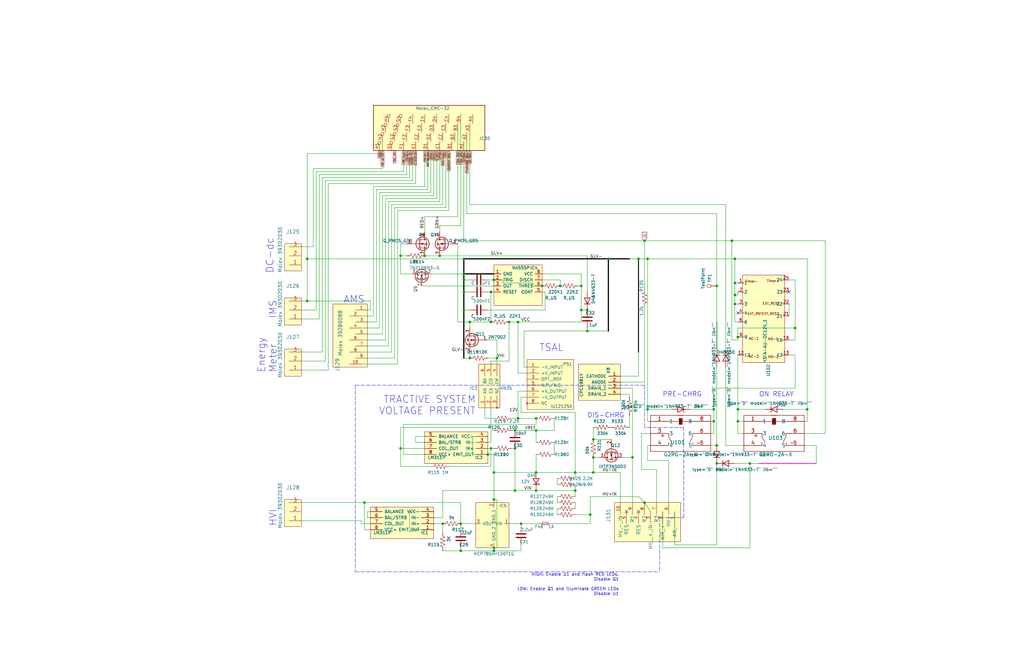
<source format=kicad_sch>
(kicad_sch (version 20211123) (generator eeschema)
  (paper "USLedger")
  (junction (at 300.99 177.8))
  (junction (at 316.23 195.58))
  (junction (at 195.58 123.19))
  (junction (at 226.06 176.53))
  (junction (at 340.36 172.72))
  (junction (at 250.19 193.04))
  (junction (at 217.17 207.01))
  (junction (at 208.28 118.11))
  (junction (at 242.57 199.39))
  (junction (at 250.19 199.39))
  (junction (at 195.58 115.57))
  (junction (at 311.15 177.8))
  (junction (at 269.24 109.22))
  (junction (at 168.91 107.95))
  (junction (at 207.01 123.19))
  (junction (at 236.22 120.65))
  (junction (at 129.54 127))
  (junction (at 194.31 232.41))
  (junction (at 247.65 139.7))
  (junction (at 302.26 195.58))
  (junction (at 242.57 207.01))
  (junction (at 208.28 199.39))
  (junction (at 308.61 101.6))
  (junction (at 273.05 172.72))
  (junction (at 207.01 135.89))
  (junction (at 208.28 231.14))
  (junction (at 186.69 220.98))
  (junction (at 168.91 189.23))
  (junction (at 179.07 107.95))
  (junction (at 335.28 138.43))
  (junction (at 198.12 151.13))
  (junction (at 309.88 109.22))
  (junction (at 247.65 130.81))
  (junction (at 309.88 124.46))
  (junction (at 219.71 220.98))
  (junction (at 245.11 130.81))
  (junction (at 218.44 176.53))
  (junction (at 205.74 191.77))
  (junction (at 208.28 210.82))
  (junction (at 195.58 118.11))
  (junction (at 309.88 128.27))
  (junction (at 218.44 135.89))
  (junction (at 250.19 185.42))
  (junction (at 226.06 181.61))
  (junction (at 245.11 120.65))
  (junction (at 198.12 135.89))
  (junction (at 194.31 220.98))
  (junction (at 195.58 130.81))
  (junction (at 208.28 232.41))
  (junction (at 311.15 172.72))
  (junction (at 209.55 151.13))
  (junction (at 129.54 109.22))
  (junction (at 266.7 193.04))
  (junction (at 228.6 120.65))
  (junction (at 311.15 142.24))
  (junction (at 185.42 107.95))
  (junction (at 217.17 181.61))
  (junction (at 248.92 217.17))
  (junction (at 271.78 212.09))
  (junction (at 309.88 119.38))
  (junction (at 226.06 207.01))
  (junction (at 302.26 187.96))
  (junction (at 300.99 172.72))
  (junction (at 302.26 120.65))
  (junction (at 217.17 189.23))
  (junction (at 153.67 212.09))
  (junction (at 271.78 101.6))
  (junction (at 195.58 109.22))
  (junction (at 214.63 135.89))
  (junction (at 256.54 109.22))
  (junction (at 207.01 189.23))
  (junction (at 273.05 109.22))
  (junction (at 226.06 199.39))
  (no_connect (at 311.15 132.08))
  (no_connect (at 269.24 215.9))
  (no_connect (at 264.16 215.9))
  (no_connect (at 332.74 123.19))
  (wire (pts (xy 152.4 148.59) (xy 165.1 148.59)))
  (wire (pts (xy 137.16 152.4) (xy 127 152.4)))
  (wire (pts (xy 313.69 182.88) (xy 311.15 182.88)))
  (wire (pts (xy 175.26 184.15) (xy 179.07 184.15)))
  (wire (pts (xy 152.4 220.98) (xy 156.21 220.98)))
  (wire (pts (xy 209.55 231.14) (xy 208.28 231.14)))
  (wire (pts (xy 168.91 115.57) (xy 173.99 115.57)))
  (wire (pts (xy 218.44 135.89) (xy 218.44 157.48)))
  (polyline (pts (xy 149.86 241.3) (xy 278.13 241.3)))
  (wire (pts (xy 234.95 201.93) (xy 234.95 204.47)))
  (wire (pts (xy 233.68 186.69) (xy 233.68 191.77)))
  (wire (pts (xy 281.94 212.09) (xy 281.94 194.31)))
  (wire (pts (xy 226.06 179.07) (xy 226.06 176.53)))
  (wire (pts (xy 316.23 195.58) (xy 320.04 195.58)))
  (wire (pts (xy 158.75 80.01) (xy 158.75 135.89)))
  (wire (pts (xy 279.4 231.14) (xy 316.23 231.14)))
  (wire (pts (xy 184.15 83.82) (xy 184.15 63.5)))
  (wire (pts (xy 226.06 207.01) (xy 217.17 207.01)))
  (wire (pts (xy 269.24 109.22) (xy 269.24 148.59)) (stroke (width 0.4) (color 0 0 0 1)))
  (wire (pts (xy 271.78 129.54) (xy 271.78 161.29)))
  (wire (pts (xy 248.92 209.55) (xy 269.24 209.55)))
  (wire (pts (xy 153.67 212.09) (xy 153.67 223.52)))
  (wire (pts (xy 208.28 191.77) (xy 205.74 191.77)))
  (wire (pts (xy 269.24 158.75) (xy 269.24 148.59)))
  (wire (pts (xy 214.63 135.89) (xy 218.44 135.89)))
  (wire (pts (xy 127 219.71) (xy 152.4 219.71)))
  (wire (pts (xy 168.91 189.23) (xy 168.91 180.34)))
  (wire (pts (xy 156.21 215.9) (xy 154.94 215.9)))
  (wire (pts (xy 233.68 181.61) (xy 226.06 181.61)))
  (wire (pts (xy 339.09 187.96) (xy 344.17 187.96)))
  (wire (pts (xy 270.51 182.88) (xy 274.32 182.88)))
  (wire (pts (xy 186.69 207.01) (xy 217.17 207.01)))
  (wire (pts (xy 265.43 166.37) (xy 261.62 166.37)))
  (wire (pts (xy 300.99 172.72) (xy 300.99 177.8)))
  (wire (pts (xy 265.43 109.22) (xy 269.24 109.22)))
  (wire (pts (xy 273.05 194.31) (xy 281.94 194.31)))
  (wire (pts (xy 340.36 172.72) (xy 330.2 172.72)))
  (wire (pts (xy 245.11 120.65) (xy 243.84 120.65)))
  (wire (pts (xy 175.26 186.69) (xy 179.07 186.69)))
  (wire (pts (xy 129.54 64.77) (xy 129.54 109.22)))
  (wire (pts (xy 311.15 149.86) (xy 311.15 172.72)))
  (wire (pts (xy 311.15 142.24) (xy 311.15 138.43)))
  (wire (pts (xy 182.88 63.5) (xy 182.88 82.55)))
  (wire (pts (xy 269.24 109.22) (xy 273.05 109.22)))
  (wire (pts (xy 257.81 185.42) (xy 250.19 185.42)))
  (wire (pts (xy 205.74 184.15) (xy 199.39 184.15)))
  (wire (pts (xy 273.05 187.96) (xy 274.32 187.96)))
  (wire (pts (xy 129.54 64.77) (xy 160.02 64.77)))
  (polyline (pts (xy 288.29 180.34) (xy 271.78 180.34)))
  (wire (pts (xy 308.61 101.6) (xy 308.61 143.51)))
  (wire (pts (xy 167.64 153.67) (xy 167.64 88.9)))
  (wire (pts (xy 138.43 77.47) (xy 175.26 77.47)))
  (wire (pts (xy 137.16 76.2) (xy 173.99 76.2)))
  (wire (pts (xy 193.04 135.89) (xy 198.12 135.89)))
  (wire (pts (xy 311.15 143.51) (xy 308.61 143.51)))
  (wire (pts (xy 261.62 163.83) (xy 266.7 163.83)))
  (wire (pts (xy 198.12 135.89) (xy 198.12 138.43)))
  (wire (pts (xy 250.19 193.04) (xy 252.73 193.04)))
  (wire (pts (xy 196.85 59.69) (xy 196.85 90.17)))
  (wire (pts (xy 226.06 176.53) (xy 218.44 176.53)))
  (wire (pts (xy 135.89 74.93) (xy 172.72 74.93)))
  (wire (pts (xy 182.88 220.98) (xy 186.69 220.98)))
  (polyline (pts (xy 149.86 162.56) (xy 149.86 241.3)))
  (wire (pts (xy 138.43 156.21) (xy 138.43 77.47)))
  (wire (pts (xy 340.36 172.72) (xy 340.36 177.8)))
  (wire (pts (xy 195.58 101.6) (xy 195.58 63.5)))
  (wire (pts (xy 248.92 220.98) (xy 248.92 217.17)))
  (wire (pts (xy 226.06 199.39) (xy 242.57 199.39)))
  (wire (pts (xy 186.69 218.44) (xy 186.69 207.01)))
  (wire (pts (xy 163.83 146.05) (xy 154.94 146.05)))
  (wire (pts (xy 157.48 133.35) (xy 152.4 133.35)))
  (wire (pts (xy 228.6 120.65) (xy 224.79 120.65)))
  (wire (pts (xy 187.96 87.63) (xy 166.37 87.63)))
  (wire (pts (xy 194.31 220.98) (xy 194.31 212.09)))
  (wire (pts (xy 133.35 72.39) (xy 170.18 72.39)))
  (wire (pts (xy 311.15 177.8) (xy 311.15 182.88)))
  (wire (pts (xy 284.48 229.87) (xy 284.48 215.9)))
  (wire (pts (xy 195.58 115.57) (xy 195.58 118.11)) (stroke (width 0.5) (color 0 0 0 1)))
  (wire (pts (xy 198.12 118.11) (xy 195.58 118.11)))
  (wire (pts (xy 335.28 143.51) (xy 332.74 143.51)))
  (wire (pts (xy 185.42 85.09) (xy 163.83 85.09)))
  (polyline (pts (xy 271.78 180.34) (xy 271.78 162.56)))
  (wire (pts (xy 217.17 189.23) (xy 215.9 189.23)))
  (wire (pts (xy 177.8 120.65) (xy 208.28 120.65)))
  (wire (pts (xy 212.09 119.38) (xy 212.09 118.11)))
  (wire (pts (xy 309.88 128.27) (xy 309.88 135.89)))
  (wire (pts (xy 182.88 218.44) (xy 186.69 218.44)))
  (wire (pts (xy 302.26 187.96) (xy 299.72 187.96)))
  (wire (pts (xy 154.94 218.44) (xy 156.21 218.44)))
  (wire (pts (xy 302.26 135.89) (xy 302.26 147.32)) (stroke (width 0.3) (color 0 132 0 1)))
  (wire (pts (xy 215.9 176.53) (xy 218.44 176.53)))
  (wire (pts (xy 217.17 207.01) (xy 217.17 189.23)))
  (wire (pts (xy 127 148.59) (xy 135.89 148.59)))
  (wire (pts (xy 274.32 177.8) (xy 273.05 177.8)))
  (wire (pts (xy 194.31 220.98) (xy 200.66 220.98)))
  (wire (pts (xy 182.88 82.55) (xy 161.29 82.55)))
  (wire (pts (xy 205.74 118.11) (xy 208.28 118.11)))
  (wire (pts (xy 302.26 154.94) (xy 302.26 187.96)))
  (wire (pts (xy 198.12 135.89) (xy 207.01 135.89)))
  (wire (pts (xy 217.17 181.61) (xy 215.9 181.61)))
  (wire (pts (xy 300.99 172.72) (xy 290.83 172.72)))
  (wire (pts (xy 247.65 123.19) (xy 247.65 107.95)))
  (wire (pts (xy 208.28 199.39) (xy 208.28 191.77)))
  (wire (pts (xy 207.01 196.85) (xy 207.01 189.23)))
  (wire (pts (xy 209.55 143.51) (xy 209.55 151.13)))
  (wire (pts (xy 335.28 118.11) (xy 332.74 118.11)))
  (wire (pts (xy 271.78 101.6) (xy 195.58 101.6)))
  (wire (pts (xy 132.08 104.14) (xy 132.08 71.12)))
  (wire (pts (xy 179.07 91.44) (xy 179.07 97.79)))
  (wire (pts (xy 161.29 82.55) (xy 161.29 140.97)))
  (wire (pts (xy 152.4 219.71) (xy 152.4 220.98)))
  (wire (pts (xy 261.62 158.75) (xy 269.24 158.75)))
  (wire (pts (xy 256.54 139.7) (xy 256.54 109.22)) (stroke (width 0.5) (color 0 0 0 1)))
  (wire (pts (xy 219.71 232.41) (xy 219.71 229.87)))
  (wire (pts (xy 316.23 195.58) (xy 309.88 195.58)))
  (wire (pts (xy 242.57 199.39) (xy 250.19 199.39)))
  (wire (pts (xy 311.15 172.72) (xy 311.15 177.8)))
  (wire (pts (xy 316.23 195.58) (xy 316.23 231.14)))
  (wire (pts (xy 242.57 207.01) (xy 242.57 209.55)))
  (wire (pts (xy 209.55 210.82) (xy 208.28 210.82)))
  (wire (pts (xy 168.91 102.87) (xy 171.45 102.87)))
  (wire (pts (xy 185.42 107.95) (xy 247.65 107.95)))
  (wire (pts (xy 166.37 87.63) (xy 166.37 151.13)))
  (wire (pts (xy 172.72 223.52) (xy 172.72 215.9)))
  (wire (pts (xy 279.4 231.14) (xy 279.4 215.9)))
  (wire (pts (xy 245.11 130.81) (xy 245.11 135.89)))
  (wire (pts (xy 311.15 123.19) (xy 311.15 124.46)))
  (wire (pts (xy 347.98 101.6) (xy 308.61 101.6)))
  (wire (pts (xy 209.55 231.14) (xy 209.55 210.82)))
  (wire (pts (xy 204.47 176.53) (xy 204.47 172.085)))
  (wire (pts (xy 175.26 77.47) (xy 175.26 63.5)))
  (wire (pts (xy 134.62 134.62) (xy 134.62 73.66)))
  (wire (pts (xy 171.45 73.66) (xy 171.45 63.5)))
  (wire (pts (xy 247.65 139.7) (xy 247.65 138.43)))
  (wire (pts (xy 335.28 138.43) (xy 335.28 143.51)))
  (wire (pts (xy 207.01 123.19) (xy 208.28 123.19)))
  (wire (pts (xy 168.91 107.95) (xy 171.45 107.95)))
  (wire (pts (xy 208.28 232.41) (xy 208.28 231.14)))
  (wire (pts (xy 208.28 189.23) (xy 207.01 189.23)))
  (wire (pts (xy 193.04 102.87) (xy 193.04 135.89)))
  (wire (pts (xy 234.95 209.55) (xy 234.95 212.09)))
  (wire (pts (xy 242.57 199.39) (xy 242.57 173.99)))
  (wire (pts (xy 256.54 109.22) (xy 265.43 109.22)) (stroke (width 0.5) (color 0 0 0 1)))
  (wire (pts (xy 274.32 215.9) (xy 271.78 212.09)))
  (wire (pts (xy 214.63 152.4) (xy 214.63 135.89)))
  (wire (pts (xy 207.01 152.4) (xy 214.63 152.4)))
  (wire (pts (xy 196.85 90.17) (xy 302.26 90.17)))
  (wire (pts (xy 207.01 181.61) (xy 208.28 181.61)))
  (polyline (pts (xy 288.29 218.44) (xy 288.29 180.34)))
  (wire (pts (xy 212.09 119.38) (xy 224.79 119.38)))
  (wire (pts (xy 168.91 196.85) (xy 168.91 189.23)))
  (wire (pts (xy 245.11 130.81) (xy 247.65 130.81)))
  (wire (pts (xy 248.92 217.17) (xy 248.92 209.55)))
  (wire (pts (xy 335.28 138.43) (xy 335.28 118.11)))
  (wire (pts (xy 242.57 173.99) (xy 219.71 173.99)))
  (wire (pts (xy 195.58 118.11) (xy 195.58 123.19)) (stroke (width 0.5) (color 0 0 0 1)))
  (wire (pts (xy 209.55 143.51) (xy 205.74 143.51)))
  (wire (pts (xy 306.07 187.96) (xy 313.69 187.96)))
  (wire (pts (xy 195.58 115.57) (xy 208.28 115.57)) (stroke (width 0.5) (color 0 0 0 1)))
  (wire (pts (xy 234.95 214.63) (xy 234.95 217.17)))
  (wire (pts (xy 332.74 128.27) (xy 332.74 133.35)))
  (wire (pts (xy 173.99 63.5) (xy 173.99 76.2)))
  (wire (pts (xy 153.67 223.52) (xy 156.21 223.52)))
  (wire (pts (xy 214.63 220.98) (xy 219.71 220.98)))
  (wire (pts (xy 250.19 199.39) (xy 250.19 193.04)))
  (wire (pts (xy 129.54 127) (xy 156.21 127)))
  (wire (pts (xy 226.06 181.61) (xy 226.06 186.69)))
  (wire (pts (xy 266.7 193.04) (xy 266.7 212.09)))
  (wire (pts (xy 160.02 138.43) (xy 160.02 81.28)))
  (wire (pts (xy 181.61 115.57) (xy 195.58 115.57)))
  (wire (pts (xy 163.83 85.09) (xy 163.83 146.05)))
  (wire (pts (xy 186.69 86.36) (xy 186.69 63.5)))
  (wire (pts (xy 208.28 232.41) (xy 219.71 232.41)))
  (wire (pts (xy 226.06 207.01) (xy 242.57 207.01)))
  (wire (pts (xy 271.78 212.09) (xy 269.24 209.55)))
  (wire (pts (xy 242.57 212.09) (xy 242.57 214.63)))
  (wire (pts (xy 271.78 101.6) (xy 271.78 121.92)))
  (wire (pts (xy 222.25 165.1) (xy 218.44 165.1)))
  (wire (pts (xy 133.35 130.81) (xy 133.35 72.39)))
  (wire (pts (xy 152.4 143.51) (xy 162.56 143.51)))
  (wire (pts (xy 207.01 186.69) (xy 207.01 181.61)))
  (wire (pts (xy 127 156.21) (xy 138.43 156.21)))
  (wire (pts (xy 127 134.62) (xy 134.62 134.62)))
  (wire (pts (xy 222.25 157.48) (xy 218.44 157.48)))
  (wire (pts (xy 273.05 109.22) (xy 309.88 109.22)))
  (wire (pts (xy 347.98 101.6) (xy 347.98 182.88)))
  (wire (pts (xy 228.6 118.11) (xy 236.22 118.11)))
  (wire (pts (xy 157.48 78.74) (xy 157.48 133.35)))
  (wire (pts (xy 229.87 123.19) (xy 229.87 130.81)))
  (wire (pts (xy 313.69 177.8) (xy 311.15 177.8)))
  (wire (pts (xy 189.23 88.9) (xy 189.23 63.5)))
  (wire (pts (xy 180.34 63.5) (xy 180.34 80.01)))
  (polyline (pts (xy 278.13 218.44) (xy 288.29 218.44)))
  (wire (pts (xy 208.28 199.39) (xy 226.06 199.39)))
  (wire (pts (xy 208.28 212.09) (xy 208.28 210.82)))
  (wire (pts (xy 335.28 163.83) (xy 335.28 149.86)))
  (wire (pts (xy 219.71 173.99) (xy 219.71 167.64)))
  (wire (pts (xy 160.02 81.28) (xy 181.61 81.28)))
  (wire (pts (xy 219.71 220.98) (xy 227.33 220.98)))
  (wire (pts (xy 266.7 163.83) (xy 266.7 193.04)))
  (wire (pts (xy 160.02 64.77) (xy 160.02 63.5)))
  (wire (pts (xy 208.28 176.53) (xy 204.47 176.53)))
  (wire (pts (xy 207.01 153.67) (xy 207.01 152.4)))
  (wire (pts (xy 250.19 199.39) (xy 261.62 199.39)))
  (wire (pts (xy 209.55 151.13) (xy 209.55 153.67)))
  (wire (pts (xy 228.6 123.19) (xy 229.87 123.19)))
  (polyline (pts (xy 271.78 162.56) (xy 215.9 162.56)))
  (wire (pts (xy 309.88 109.22) (xy 309.88 119.38)))
  (wire (pts (xy 153.67 212.09) (xy 194.31 212.09)))
  (wire (pts (xy 127 130.81) (xy 133.35 130.81)))
  (wire (pts (xy 309.88 135.89) (xy 311.15 135.89)))
  (wire (pts (xy 175.26 184.15) (xy 175.26 186.69)))
  (wire (pts (xy 205.74 151.13) (xy 209.55 151.13)))
  (wire (pts (xy 309.88 119.38) (xy 311.15 119.38)))
  (wire (pts (xy 265.43 180.34) (xy 265.43 175.26)))
  (wire (pts (xy 208.28 210.82) (xy 208.28 199.39)))
  (wire (pts (xy 193.04 55.88) (xy 193.04 91.44)))
  (wire (pts (xy 245.11 130.81) (xy 245.11 120.65)))
  (wire (pts (xy 168.91 102.87) (xy 168.91 107.95)))
  (wire (pts (xy 300.99 182.88) (xy 300.99 177.8)))
  (wire (pts (xy 181.61 196.85) (xy 168.91 196.85)))
  (wire (pts (xy 168.91 189.23) (xy 179.07 189.23)))
  (polyline (pts (xy 149.86 162.56) (xy 215.9 162.56)))
  (wire (pts (xy 170.18 72.39) (xy 170.18 63.5)))
  (wire (pts (xy 306.07 86.36) (xy 306.07 147.32)))
  (wire (pts (xy 309.88 128.27) (xy 309.88 124.46)))
  (wire (pts (xy 195.58 123.19) (xy 198.12 123.19)))
  (polyline (pts (xy 215.9 162.56) (xy 215.9 162.56)))
  (wire (pts (xy 261.62 199.39) (xy 261.62 212.09)))
  (wire (pts (xy 195.58 109.22) (xy 129.54 109.22)))
  (wire (pts (xy 172.72 215.9) (xy 182.88 215.9)))
  (wire (pts (xy 179.07 107.95) (xy 185.42 107.95)))
  (wire (pts (xy 300.99 177.8) (xy 299.72 177.8)))
  (wire (pts (xy 185.42 95.25) (xy 185.42 97.79)))
  (wire (pts (xy 302.26 195.58) (xy 302.26 229.87)))
  (wire (pts (xy 207.01 180.34) (xy 207.01 172.085)))
  (wire (pts (xy 179.07 91.44) (xy 193.04 91.44)))
  (wire (pts (xy 271.78 101.6) (xy 308.61 101.6)))
  (wire (pts (xy 217.17 181.61) (xy 226.06 181.61)))
  (wire (pts (xy 340.36 177.8) (xy 339.09 177.8)))
  (wire (pts (xy 256.54 139.7) (xy 247.65 139.7)))
  (wire (pts (xy 127 212.09) (xy 153.67 212.09)))
  (wire (pts (xy 208.28 118.11) (xy 212.09 118.11)))
  (wire (pts (xy 187.96 63.5) (xy 187.96 87.63)))
  (wire (pts (xy 309.88 119.38) (xy 309.88 124.46)))
  (wire (pts (xy 302.26 229.87) (xy 284.48 229.87)))
  (wire (pts (xy 335.28 163.83) (xy 300.99 163.83)))
  (wire (pts (xy 220.98 139.7) (xy 247.65 139.7)))
  (wire (pts (xy 242.57 217.17) (xy 248.92 217.17)))
  (wire (pts (xy 198.12 148.59) (xy 198.12 151.13)))
  (wire (pts (xy 135.89 148.59) (xy 135.89 74.93)))
  (wire (pts (xy 218.44 165.1) (xy 218.44 176.53)))
  (wire (pts (xy 156.21 130.81) (xy 156.21 127)))
  (wire (pts (xy 220.98 154.94) (xy 222.25 154.94)))
  (wire (pts (xy 168.91 107.95) (xy 168.91 115.57)))
  (wire (pts (xy 242.57 204.47) (xy 242.57 207.01)))
  (wire (pts (xy 194.31 232.41) (xy 208.28 232.41)))
  (wire (pts (xy 198.12 130.81) (xy 195.58 130.81)))
  (wire (pts (xy 273.05 194.31) (xy 273.05 187.96)))
  (wire (pts (xy 226.06 191.77) (xy 226.06 199.39)))
  (wire (pts (xy 344.17 187.96) (xy 344.17 195.58)))
  (wire (pts (xy 205.74 186.69) (xy 207.01 186.69)))
  (wire (pts (xy 152.4 138.43) (xy 160.02 138.43)))
  (wire (pts (xy 306.07 154.94) (xy 306.07 187.96)))
  (wire (pts (xy 170.18 191.77) (xy 170.18 179.07)))
  (wire (pts (xy 158.75 135.89) (xy 154.94 135.89)))
  (wire (pts (xy 340.36 109.22) (xy 340.36 172.72)))
  (wire (pts (xy 219.71 222.25) (xy 219.71 220.98)))
  (wire (pts (xy 233.68 176.53) (xy 233.68 181.61)))
  (wire (pts (xy 299.72 182.88) (xy 300.99 182.88)))
  (wire (pts (xy 205.74 189.23) (xy 207.01 189.23)))
  (wire (pts (xy 161.29 140.97) (xy 154.94 140.97)))
  (wire (pts (xy 245.11 120.65) (xy 245.11 115.57)))
  (wire (pts (xy 347.98 182.88) (xy 339.09 182.88)))
  (wire (pts (xy 195.58 109.22) (xy 195.58 115.57)) (stroke (width 0.5) (color 0 0 0 1)))
  (wire (pts (xy 199.39 184.15) (xy 199.39 191.77)))
  (wire (pts (xy 167.64 88.9) (xy 189.23 88.9)))
  (wire (pts (xy 170.18 179.07) (xy 226.06 179.07)))
  (wire (pts (xy 137.16 76.2) (xy 137.16 152.4)))
  (wire (pts (xy 309.88 128.27) (xy 311.15 128.27)))
  (wire (pts (xy 161.29 59.69) (xy 161.29 71.12)))
  (wire (pts (xy 199.39 191.77) (xy 205.74 191.77)))
  (wire (pts (xy 311.15 142.24) (xy 311.15 143.51)))
  (wire (pts (xy 134.62 73.66) (xy 171.45 73.66)))
  (wire (pts (xy 302.26 120.65) (xy 302.26 135.89)))
  (wire (pts (xy 270.51 198.12) (xy 270.51 182.88)))
  (wire (pts (xy 344.17 195.58) (xy 320.04 195.58)) (stroke (width 0.35) (color 255 0 255 1)))
  (wire (pts (xy 129.54 109.22) (xy 129.54 127)))
  (wire (pts (xy 127 127) (xy 129.54 127)))
  (wire (pts (xy 273.05 109.22) (xy 273.05 172.72)))
  (wire (pts (xy 195.58 130.81) (xy 195.58 151.13)) (stroke (width 0.5) (color 0 0 0 1)))
  (wire (pts (xy 236.22 118.11) (xy 236.22 120.65)))
  (wire (pts (xy 152.4 153.67) (xy 167.64 153.67)))
  (wire (pts (xy 182.88 223.52) (xy 172.72 223.52)))
  (wire (pts (xy 180.34 80.01) (xy 158.75 80.01)))
  (wire (pts (xy 194.31 223.52) (xy 194.31 220.98)))
  (wire (pts (xy 261.62 161.29) (xy 271.78 161.29)))
  (wire (pts (xy 224.79 119.38) (xy 224.79 120.65)))
  (wire (pts (xy 162.56 83.82) (xy 184.15 83.82)))
  (wire (pts (xy 300.99 163.83) (xy 300.99 172.72)))
  (wire (pts (xy 340.36 109.22) (xy 309.88 109.22)))
  (wire (pts (xy 156.21 130.81) (xy 154.94 130.81)))
  (wire (pts (xy 335.28 149.86) (xy 332.74 149.86)))
  (wire (pts (xy 220.98 139.7) (xy 220.98 154.94)))
  (wire (pts (xy 195.58 123.19) (xy 195.58 130.81)) (stroke (width 0.5) (color 0 0 0 1)))
  (wire (pts (xy 262.89 193.04) (xy 266.7 193.04)))
  (wire (pts (xy 186.69 232.41) (xy 194.31 232.41)))
  (wire (pts (xy 179.07 78.74) (xy 157.48 78.74)))
  (wire (pts (xy 179.07 63.5) (xy 179.07 78.74)))
  (wire (pts (xy 302.26 120.65) (xy 302.26 90.17)))
  (wire (pts (xy 186.69 224.79) (xy 186.69 220.98)))
  (wire (pts (xy 185.42 63.5) (xy 185.42 85.09)))
  (wire (pts (xy 276.86 198.12) (xy 270.51 198.12)))
  (wire (pts (xy 276.86 212.09) (xy 276.86 198.12)))
  (wire (pts (xy 194.31 231.14) (xy 194.31 232.41)))
  (wire (pts (xy 185.42 95.25) (xy 194.31 95.25)))
  (wire (pts (xy 162.56 143.51) (xy 162.56 83.82)))
  (wire (pts (xy 207.01 123.19) (xy 207.01 135.89)))
  (wire (pts (xy 127 104.14) (xy 132.08 104.14)))
  (wire (pts (xy 172.72 63.5) (xy 172.72 74.93)))
  (wire (pts (xy 265.43 166.37) (xy 265.43 167.64)))
  (wire (pts (xy 283.21 172.72) (xy 273.05 172.72)))
  (wire (pts (xy 181.61 81.28) (xy 181.61 63.5)))
  (wire (pts (xy 194.31 52.07) (xy 194.31 95.25)))
  (wire (pts (xy 311.15 138.43) (xy 335.28 138.43)))
  (wire (pts (xy 198.12 55.88) (xy 198.12 86.36)))
  (wire (pts (xy 165.1 148.59) (xy 165.1 86.36)))
  (wire (pts (xy 273.05 172.72) (xy 273.05 177.8)))
  (wire (pts (xy 179.07 191.77) (xy 170.18 191.77)))
  (wire (pts (xy 219.71 167.64) (xy 222.25 167.64)))
  (polyline (pts (xy 278.13 218.44) (xy 278.13 241.3)))
  (wire (pts (xy 168.91 180.34) (xy 207.01 180.34)))
  (wire (pts (xy 322.58 172.72) (xy 311.15 172.72)))
  (wire (pts (xy 232.41 220.98) (xy 248.92 220.98)))
  (wire (pts (xy 195.58 109.22) (xy 256.54 109.22)) (stroke (width 0.5) (color 0 0 0 1)))
  (wire (pts (xy 189.23 196.85) (xy 207.01 196.85)))
  (wire (pts (xy 205.74 130.81) (xy 229.87 130.81)))
  (wire (pts (xy 250.19 180.34) (xy 250.19 185.42)))
  (wire (pts (xy 154.94 215.9) (xy 154.94 218.44)))
  (wire (pts (xy 195.58 151.13) (xy 198.12 151.13)))
  (wire (pts (xy 165.1 86.36) (xy 186.69 86.36)))
  (wire (pts (xy 198.12 86.36) (xy 306.07 86.36)))
  (wire (pts (xy 242.57 199.39) (xy 242.57 201.93)))
  (wire (pts (xy 132.08 71.12) (xy 161.29 71.12)))
  (wire (pts (xy 309.88 124.46) (xy 311.15 124.46)))
  (wire (pts (xy 166.37 151.13) (xy 154.94 151.13)))
  (wire (pts (xy 218.44 135.89) (xy 245.11 135.89)))
  (wire (pts (xy 205.74 123.19) (xy 207.01 123.19)))
  (wire (pts (xy 245.11 115.57) (xy 228.6 115.57)))
  (text "DIS-CHRG" (at 247.65 176.53 0) (effects (font (size 2 2)) (justify left bottom)))
  (text "HIGH: Enable U1 and flash RED LEDs.\n       Disable Q1\n\nLOW: Enable Q1 and illuminate GREEN LEDs\n      Disable U1" (at 260.985 251.46 0) (effects (font (size 1.27 1.27)) (justify right bottom)))
  (text "TRACTIVE SYSTEM\nVOLTAGE PRESENT" (at 200.66 175.26 180) (effects (font (size 3 3)) (justify right bottom)))
  (text "IMS" (at 116.84 134.62 90) (effects (font (size 3 3)) (justify left bottom)))
  (text "PRE-CHRG" (at 279.4 167.64 0) (effects (font (size 2 2)) (justify left bottom)))
  (text "HVI" (at 116.84 222.25 90) (effects (font (size 3 3)) (justify left bottom)))
  (text "TSAL\n" (at 227.33 148.59 0) (effects (font (size 3 3)) (justify left bottom)))
  (text "AMS" (at 144.78 128.27 0) (effects (font (size 3 3)) (justify left bottom)))
  (text "ON RELAY" (at 320.04 167.64 0) (effects (font (size 2 2)) (justify left bottom)))
  (text "DC-dc" (at 115.57 115.57 90) (effects (font (size 3 3)) (justify left bottom)))
  (text "Energy\nMeter" (at 116.84 157.48 90) (effects (font (size 3 3)) (justify left bottom)))
  (label "HV-IN" (at 254 199.39 0))
  (label "VCC" (at 223.52 135.89 180))
  (label "GLV-" (at 254 109.22 180))
  (label "VREF" (at 226.06 181.61 180))
  (label "VHI" (at 209.55 151.13 0))
  (label "RED+" (at 179.07 96.52 90))
  (label "GRN+" (at 185.42 96.52 90))
  (label "12V" (at 218.44 173.99 180))
  (label "HV+IN" (at 254 209.55 0))
  (label "GLV+" (at 212.09 107.95 180))
  (label "VIN" (at 220.98 207.01 0))
  (label "GLV-" (at 195.58 148.59 180))
  (global_label "TSAL GRN" (shape input) (at 194.31 63.5 270) (effects (font (size 0.65 0.65))) (property "Intersheet References" "${INTERSHEET_REFS}" (effects hide)))
  (global_label "MPIO3" (shape input) (at 185.42 63.5 270) (effects (font (size 0.6 0.6))) (property "Intersheet References" "${INTERSHEET_REFS}" (effects hide)))
  (global_label "ON SGNL" (shape input) (at 198.12 63.5 270) (effects (font (size 0.65 0.65))) (property "Intersheet References" "${INTERSHEET_REFS}" (effects hide)))
  (global_label "CAN1H" (shape input) (at 182.88 63.5 270) (effects (font (size 0.6 0.6))) (property "Intersheet References" "${INTERSHEET_REFS}" (effects hide)))
  (global_label "C SAFE" (shape input) (at 184.15 63.5 270) (effects (font (size 0.6 0.6))) (property "Intersheet References" "${INTERSHEET_REFS}" (effects hide)))
  (global_label "E-METER 12V" (shape input) (at 175.26 63.5 270) (effects (font (size 0.5 0.5))) (property "Intersheet References" "${INTERSHEET_REFS}" (effects hide)))
  (global_label "J1" (shape input) (at 271.78 101.6 90) (effects (font (size 1 1))) (property "Intersheet References" "${INTERSHEET_REFS}" (effects hide)))
  (global_label "CHG Enable" (shape input) (at 186.69 63.5 270) (effects (font (size 0.6 0.6))) (property "Intersheet References" "${INTERSHEET_REFS}" (effects hide)))
  (global_label "MPE" (shape input) (at 187.96 63.5 270) (effects (font (size 0.6 0.6))) (property "Intersheet References" "${INTERSHEET_REFS}" (effects hide)))
  (global_label "PreCHARGE SGNL" (shape input) (at 196.85 63.5 270) (effects (font (size 0.65 0.65))) (property "Intersheet References" "${INTERSHEET_REFS}" (effects hide)))
  (global_label "AMS 12V+" (shape input) (at 179.07 63.5 270) (effects (font (size 0.5 0.5))) (property "Intersheet References" "${INTERSHEET_REFS}" (effects hide)))
  (global_label "TSAL 12V" (shape input) (at 166.37 63.5 270) (effects (font (size 0.6 0.6))) (property "Intersheet References" "${INTERSHEET_REFS}" (effects hide)))
  (global_label "ENRGY RX" (shape input) (at 172.72 63.5 270) (effects (font (size 0.65 0.65))) (property "Intersheet References" "${INTERSHEET_REFS}" (effects hide)))
  (global_label "IMS Fault" (shape input) (at 170.18 63.5 270) (effects (font (size 0.65 0.65))) (property "Intersheet References" "${INTERSHEET_REFS}" (effects hide)))
  (global_label "TSAL RED" (shape input) (at 193.04 63.5 270) (effects (font (size 0.65 0.65))) (property "Intersheet References" "${INTERSHEET_REFS}" (effects hide)))
  (global_label "DC-dc 12V" (shape input) (at 161.29 63.5 270) (effects (font (size 0.65 0.65))) (property "Intersheet References" "${INTERSHEET_REFS}" (effects hide)))
  (global_label "GND" (shape input) (at 160.02 63.5 270) (effects (font (size 0.65 0.65))) (property "Intersheet References" "${INTERSHEET_REFS}" (effects hide)))
  (global_label "CURRENT SGNL" (shape input) (at 189.23 63.5 270) (effects (font (size 0.65 0.65))) (property "Intersheet References" "${INTERSHEET_REFS}" (effects hide)))
  (global_label "IMD 12V+" (shape input) (at 171.45 63.5 270) (effects (font (size 0.5 0.5))) (property "Intersheet References" "${INTERSHEET_REFS}" (effects hide)))
  (global_label "ENRGY TX" (shape input) (at 173.99 63.5 270) (effects (font (size 0.65 0.65))) (property "Intersheet References" "${INTERSHEET_REFS}" (effects hide)))
  (global_label "SHTDWN" (shape input) (at 195.58 63.5 270) (effects (font (size 0.65 0.65))) (property "Intersheet References" "${INTERSHEET_REFS}" (effects hide)))
  (global_label "BATT SOC SGNL" (shape input) (at 180.34 63.5 270) (effects (font (size 0.5 0.5))) (property "Intersheet References" "${INTERSHEET_REFS}" (effects hide)))
  (global_label "CAN1L" (shape input) (at 181.61 63.5 270) (effects (font (size 0.6 0.6))) (property "Intersheet References" "${INTERSHEET_REFS}" (effects hide)))
  (symbol (lib_id "Device:R_US") (at 212.09 181.61 90) (mirror x) (unit 1)
    (property "Reference" "R120" (at 210.82 180.34 90) (effects (justify left)))
    (property "Value" "100" (at 218.44 180.34 90) (effects (justify left)))
    (property "Footprint" "Resistor_THT:R_Axial_DIN0204_L3.6mm_D1.6mm_P5.08mm_Horizontal" (effects hide))
  )
  (symbol (lib_id "Device:R_US") (at 186.69 228.6 180) (unit 1)
    (property "Reference" "R116" (at 185.42 229.87 0) (effects (justify left)))
    (property "Value" "3K" (at 189.23 226.06 90) (effects (justify left)))
    (property "Footprint" "Resistor_THT:R_Axial_DIN0204_L3.6mm_D1.6mm_P5.08mm_Horizontal" (effects hide))
  )
  (symbol (lib_id "Simulation_SPICE:DIODE") (at 302.26 191.77 270) (unit 1)
    (property "Reference" "D49" (at 299.72 191.77 90))
    (property "Value" "1N4933-T" (at 308.61 191.77 90))
    (property "Footprint" "Diode_THT:D_A-405_P7.62mm_Horizontal" (effects hide))
    (property "Spice_Netlist_Enabled" "Y" (effects hide))
    (property "Spice_Primitive" "D" (effects hide))
  )
  (symbol (lib_id "Device:D_Zener") (at 226.06 203.2 270) (mirror x) (unit 1)
    (property "Reference" "D45" (at 222.25 200.66 90) (effects (justify left)))
    (property "Value" "12V" (at 219.71 203.2 90) (effects (justify left)))
    (property "Footprint" "Diode_THT:D_DO-35_SOD27_P7.62mm_Horizontal" (effects hide))
  )
  (symbol (lib_id "Device:Q_PMOS_GDS") (at 176.53 102.87 0) (unit 1)
    (property "Reference" "Q8" (at 176.53 99.06 0) (effects (justify left)))
    (property "Value" "Q_PMOS_GDS" (at 189.23 101.6 0) (effects (justify left)))
    (property "Footprint" "FSAE_downloads:TN2106N3G" (effects hide))
  )
  (symbol (lib_id "Device:R_US") (at 261.62 180.34 90) (mirror x) (unit 1)
    (property "Reference" "R133" (at 262.89 177.8 90) (effects (justify left)))
    (property "Value" "330k" (at 264.16 182.88 90) (effects (justify left)))
    (property "Footprint" "Resistor_THT:R_Axial_DIN0204_L3.6mm_D1.6mm_P5.08mm_Horizontal" (effects hide))
  )
  (symbol (lib_id "Transistor_FET:BS250") (at 257.81 190.5 90) (mirror x) (unit 1)
    (property "Reference" "Q12" (at 261.62 187.96 90) (effects (justify left)))
    (property "Value" "IXTP3N50D2" (at 264.16 196.85 90) (effects (justify left)))
    (property "Footprint" "Package_TO_SOT_THT:TO-92_Inline" (effects hide))
    (property "Datasheet" "http://www.vishay.com/docs/70209/70209.pdf" (effects hide))
  )
  (symbol (lib_id "Device:C") (at 194.31 227.33 0) (unit 1)
    (property "Reference" "C29" (at 195.58 229.87 0))
    (property "Value" "22uF" (at 196.85 224.79 0))
    (property "Footprint" "Capacitor_THT:C_Disc_D3.0mm_W1.6mm_P2.50mm" (effects hide))
  )
  (symbol (lib_id "Device:R_US") (at 265.43 171.45 0) (mirror y) (unit 1)
    (property "Reference" "R134" (at 268.0716 173.9646 90) (effects (justify left)))
    (property "Value" "330k" (at 262.8646 173.3296 90) (effects (justify left)))
    (property "Footprint" "Resistor_THT:R_Axial_DIN0204_L3.6mm_D1.6mm_P5.08mm_Horizontal" (effects hide))
  )
  (symbol (lib_id "Device:R_US") (at 201.93 151.13 90) (unit 1)
    (property "Reference" "R118" (at 201.93 148.59 90) (effects (justify left)))
    (property "Value" "10K" (at 205.74 148.59 90) (effects (justify left)))
    (property "Footprint" "Resistor_THT:R_Axial_DIN0204_L3.6mm_D1.6mm_P5.08mm_Horizontal" (effects hide))
  )
  (symbol (lib_id "Device:R_US") (at 185.42 196.85 90) (unit 1)
    (property "Reference" "R115" (at 185.42 199.39 90) (effects (justify left)))
    (property "Value" "1M" (at 189.23 199.39 90) (effects (justify left)))
    (property "Footprint" "Resistor_THT:R_Axial_DIN0204_L3.6mm_D1.6mm_P5.08mm_Horizontal" (effects hide))
  )
  (symbol (lib_name "G2RG-2A-X_1") (lib_id "PCM:G2RG-2A-X") (at 266.7 177.8 0) (unit 1)
    (property "Reference" "U101" (at 285.75 186.69 0) (effects (font (size 1.524 1.524))))
    (property "Value" "G2RG-2A-X" (at 287.02 191.77 0) (effects (font (size 1.524 1.524))))
    (property "Footprint" "FSAE_downloads:12V relay G2RG2AXDC24" (effects hide))
  )
  (symbol (lib_id "Simulation_SPICE:DIODE") (at 306.07 151.13 90) (unit 1)
    (property "Reference" "D50" (at 306.07 148.59 90) (effects (justify right)))
    (property "Value" "1N4933-T" (at 307.34 135.89 0) (effects (justify right)))
    (property "Footprint" "Diode_THT:D_A-405_P7.62mm_Horizontal" (effects hide))
    (property "Spice_Netlist_Enabled" "Y" (effects hide))
    (property "Spice_Primitive" "D" (effects hide))
  )
  (symbol (lib_id "Simulation_SPICE:DIODE") (at 326.39 172.72 180) (unit 1)
    (property "Reference" "D52" (at 329.5396 170.7896 0))
    (property "Value" "1N4933-T" (at 324.485 170.18 0))
    (property "Footprint" "Diode_THT:D_A-405_P7.62mm_Horizontal" (effects hide))
    (property "Spice_Netlist_Enabled" "Y" (effects hide))
    (property "Spice_Primitive" "D" (effects hide))
  )
  (symbol (lib_id "Device:R_US") (at 238.76 201.93 90) (unit 1)
    (property "Reference" "R125" (at 245.11 201.93 90) (effects (justify left)))
    (property "Value" "2.2K" (at 250.19 201.93 90) (effects (justify left)))
    (property "Footprint" "Resistor_THT:R_Axial_DIN0204_L3.6mm_D1.6mm_P5.08mm_Horizontal" (effects hide))
  )
  (symbol (lib_id "FSAE DMS-23 Components:LM311P") (at 182.88 223.52 180) (unit 1)
    (property "Reference" "IC1" (at 179.07 224.79 0))
    (property "Value" "LM311P" (at 161.29 224.79 0))
    (property "Footprint" "DIP794W53P254L959H508Q8N" (effects hide))
    (property "Datasheet" "http://www.ti.com/lit/ds/symlink/lm311.pdf" (effects hide))
    (property "Description" "Single comparator,LM311P 165ns DIP8 LM311P, Comparator Open Collector/Emitter 0.165us 12 V, 15 V, 18 V, 24 V, 28 V, 5 V, 9 V 8-Pin PDIP" (effects hide))
    (property "Height" "5.08" (effects hide))
    (property "Manufacturer_Name" "Texas Instruments" (effects hide))
    (property "Manufacturer_Part_Number" "LM311P" (effects hide))
    (property "Mouser Part Number" "595-LM311P" (effects hide))
    (property "Mouser Price/Stock" "https://www.mouser.co.uk/ProductDetail/Texas-Instruments/LM311P?qs=0OT4q4QBUTKsKDe9sMZxLw%3D%3D" (effects hide))
    (property "Arrow Part Number" "LM311P" (effects hide))
    (property "Arrow Price/Stock" "https://www.arrow.com/en/products/lm311p/texas-instruments?region=nac" (effects hide))
  )
  (symbol (lib_id "FSAE DMS-23 Components:Molex 3pin header39302030") (at 127 153.67 180) (unit 1)
    (property "Reference" "J127" (at 123.5075 142.24 0) (effects (font (size 1.524 1.524))))
    (property "Value" "Molex 39302030" (at 118.11 149.86 90) (effects (font (size 1.524 1.524))))
    (property "Footprint" "CON_39302030" (effects hide))
  )
  (symbol (lib_id "Device:C") (at 201.93 118.11 90) (mirror x) (unit 1)
    (property "Reference" "1uF1" (at 204.47 119.38 90))
    (property "Value" "C" (at 199.39 119.38 90))
    (property "Footprint" "Capacitor_THT:C_Disc_D3.0mm_W1.6mm_P2.50mm" (effects hide))
  )
  (symbol (lib_id "Device:Fuse_Small") (at 229.87 220.98 0) (unit 1)
    (property "Reference" "F46" (at 227.33 222.25 0))
    (property "Value" "1A" (at 232.41 222.25 0))
  )
  (symbol (lib_id "Device:R_US") (at 212.09 189.23 270) (unit 1)
    (property "Reference" "R121" (at 208.28 191.77 90) (effects (justify left)))
    (property "Value" "100" (at 210.82 191.77 90) (effects (justify left)))
    (property "Footprint" "Resistor_THT:R_Axial_DIN0204_L3.6mm_D1.6mm_P5.08mm_Horizontal" (effects hide))
  )
  (symbol (lib_id "Device:Q_PMOS_GDS") (at 187.96 102.87 0) (mirror y) (unit 1)
    (property "Reference" "Q10" (at 185.42 99.06 0) (effects (justify left)))
    (property "Value" "Q_PMOS_GDS" (at 173.99 101.6 0) (effects (justify left)))
    (property "Footprint" "FSAE_downloads:TN2106N3G" (effects hide))
  )
  (symbol (lib_id "Simulation_SPICE:DIODE") (at 306.07 195.58 180) (unit 1)
    (property "Reference" "D51" (at 303.53 198.12 0))
    (property "Value" "1N4933-T" (at 309.88 198.12 0))
    (property "Footprint" "Diode_THT:D_A-405_P7.62mm_Horizontal" (effects hide))
    (property "Spice_Netlist_Enabled" "Y" (effects hide))
    (property "Spice_Primitive" "D" (effects hide))
  )
  (symbol (lib_id "Device:R_US") (at 210.82 135.89 270) (unit 1)
    (property "Reference" "22K1" (at 214.63 133.35 90) (effects (justify left)))
    (property "Value" "R_US" (at 208.28 133.35 90) (effects (justify left)))
    (property "Footprint" "Resistor_THT:R_Axial_DIN0204_L3.6mm_D1.6mm_P5.08mm_Horizontal" (effects hide))
  )
  (symbol (lib_id "Device:R_US") (at 238.76 212.09 90) (unit 1)
    (property "Reference" "R128" (at 228.6 212.09 90) (effects (justify left)))
    (property "Value" "249K" (at 233.68 212.09 90) (effects (justify left)))
    (property "Footprint" "Resistor_THT:R_Axial_DIN0204_L3.6mm_D1.6mm_P5.08mm_Horizontal" (effects hide))
  )
  (symbol (lib_id "FSAE DMS-23 Components:TN2106N3-G") (at 177.8 120.65 90) (unit 1)
    (property "Reference" "Q9" (at 175.26 121.92 0))
    (property "Value" "TN2106N3-G" (at 179.07 113.03 90))
    (property "Footprint" "FSAE_downloads:TN2106N3G" (effects hide))
    (property "Datasheet" "https://ww1.microchip.com/downloads/en/DeviceDoc/TN2106-N-Channel-Enhancement-Mode-Vertical-DMOS-FET-Data-Sheet-20005942A.pdf" (effects hide))
    (property "Description" "MOSFET 60V 2.5Ohm" (effects hide))
    (property "Height" "5.334" (effects hide))
    (property "Manufacturer_Name" "Microchip" (effects hide))
    (property "Manufacturer_Part_Number" "TN2106N3-G" (effects hide))
    (property "Mouser Part Number" "689-TN2106N3-G" (effects hide))
    (property "Mouser Price/Stock" "https://www.mouser.co.uk/ProductDetail/Microchip-Technology/TN2106N3-G?qs=WSAGJ7rh4G3XS1HPd1TpBQ%3D%3D" (effects hide))
    (property "Arrow Part Number" "TN2106N3-G" (effects hide))
    (property "Arrow Price/Stock" "https://www.arrow.com/en/products/tn2106n3-g/microchip-technology?region=nac" (effects hide))
  )
  (symbol (lib_id "Simulation_SPICE:DIODE") (at 287.02 172.72 0) (mirror x) (unit 1)
    (property "Reference" "D47" (at 294.64 171.45 0))
    (property "Value" "1N4933-T" (at 280.67 171.45 0))
    (property "Footprint" "Diode_THT:D_A-405_P7.62mm_Horizontal" (effects hide))
    (property "Spice_Netlist_Enabled" "Y" (effects hide))
    (property "Spice_Primitive" "D" (effects hide))
  )
  (symbol (lib_id "FSAE DMS-23 Components:NCP785AH150T1G") (at 220.98 217.17 180) (unit 1)
    (property "Reference" "IC5" (at 212.09 213.36 0))
    (property "Value" "NCP785AH150T1G" (at 208.28 233.68 0))
    (property "Footprint" "MC78L05ACHX_1" (effects hide))
    (property "Datasheet" "https://componentsearchengine.com/Datasheets/1/NCP785AH150T1G.pdf" (effects hide))
    (property "Description" "Linear Voltage Regulators HV LINEAR REG 10MA 15V" (effects hide))
    (property "Manufacturer_Name" "onsemi" (effects hide))
    (property "Manufacturer_Part_Number" "NCP785AH150T1G" (effects hide))
    (property "Mouser Part Number" "863-NCP785AH150T1G" (effects hide))
    (property "Mouser Price/Stock" "https://www.mouser.co.uk/ProductDetail/onsemi/NCP785AH150T1G?qs=k6dkFvHqcvCmANHAXaPZDg%3D%3D" (effects hide))
    (property "Arrow Part Number" "NCP785AH150T1G" (effects hide))
    (property "Arrow Price/Stock" "https://www.arrow.com/en/products/ncp785ah150t1g/on-semiconductor?region=nac" (effects hide))
  )
  (symbol (lib_id "Device:R_US") (at 190.5 220.98 270) (unit 1)
    (property "Reference" "R117" (at 190.5 223.52 90) (effects (justify left)))
    (property "Value" "9k" (at 189.23 218.44 90) (effects (justify left)))
    (property "Footprint" "Resistor_THT:R_Axial_DIN0204_L3.6mm_D1.6mm_P5.08mm_Horizontal" (effects hide))
  )
  (symbol (lib_id "FSAE DMS-23 Components:NA555P") (at 218.44 119.38 0) (unit 1)
    (property "Reference" "IC4" (at 223.52 113.03 0) (effects (justify left)))
    (property "Value" "NA555P" (at 215.9 113.03 0) (effects (justify left)))
    (property "Footprint" "FSAE_downloads:NA555P" (effects hide))
    (property "Datasheet" "http://www.ti.com/lit/ds/symlink/na555.pdf" (effects hide))
    (property "Description" "xx555 Precision Timers" (effects hide))
    (property "Height" "5.08" (effects hide))
    (property "Manufacturer_Name" "Texas Instruments" (effects hide))
    (property "Manufacturer_Part_Number" "NA555P" (effects hide))
    (property "Mouser Part Number" "595-NA555P" (effects hide))
    (property "Mouser Price/Stock" "https://www.mouser.co.uk/ProductDetail/Texas-Instruments/NA555P?qs=iSMark9AYDXSJ%2FEUL8JKyA%3D%3D" (effects hide))
    (property "Arrow Part Number" "NA555P" (effects hide))
    (property "Arrow Price/Stock" "https://www.arrow.com/en/products/na555p/texas-instruments" (effects hide))
  )
  (symbol (lib_id "Device:R_US") (at 212.09 176.53 270) (unit 1)
    (property "Reference" "R119" (at 208.28 177.8 90) (effects (justify left)))
    (property "Value" "2.2K" (at 214.63 177.8 90) (effects (justify left)))
    (property "Footprint" "Resistor_THT:R_Axial_DIN0204_L3.6mm_D1.6mm_P5.08mm_Horizontal" (effects hide))
  )
  (symbol (lib_id "Device:R_US") (at 254 180.34 90) (mirror x) (unit 1)
    (property "Reference" "R132" (at 255.27 177.8 90) (effects (justify left)))
    (property "Value" "330k" (at 256.54 182.88 90) (effects (justify left)))
    (property "Footprint" "Resistor_THT:R_Axial_DIN0204_L3.6mm_D1.6mm_P5.08mm_Horizontal" (effects hide))
  )
  (symbol (lib_id "Device:R_US") (at 175.26 107.95 90) (unit 1)
    (property "Reference" "R114" (at 179.07 110.49 90) (effects (justify left)))
    (property "Value" "10K" (at 176.53 110.49 90) (effects (justify left)))
    (property "Footprint" "Resistor_THT:R_Axial_DIN0204_L3.6mm_D1.6mm_P5.08mm_Horizontal" (effects hide))
  )
  (symbol (lib_id "Device:R_US") (at 229.87 176.53 270) (unit 1)
    (property "Reference" "R122" (at 233.68 176.53 90) (effects (justify left)))
    (property "Value" "75K" (at 236.22 176.53 90) (effects (justify left)))
    (property "Footprint" "Resistor_THT:R_Axial_DIN0204_L3.6mm_D1.6mm_P5.08mm_Horizontal" (effects hide))
  )
  (symbol (lib_id "Device:R_US") (at 238.76 204.47 90) (unit 1)
    (property "Reference" "R126" (at 245.11 204.47 90) (effects (justify left)))
    (property "Value" "49.9K" (at 250.19 204.47 90) (effects (justify left)))
    (property "Footprint" "Resistor_THT:R_Axial_DIN0204_L3.6mm_D1.6mm_P5.08mm_Horizontal" (effects hide))
  )
  (symbol (lib_name "Molex_minfit_jr_6_header39289128_2") (lib_id "FSAE DMS-23 Components:Molex_minfit_jr_6_header39289128") (at 273.05 213.36 270) (unit 1)
    (property "Reference" "J131" (at 256.54 214.63 0) (effects (font (size 1.524 1.524)) (justify left)))
    (property "Value" "Molex_minfit_jr_6_header39289128" (at 334.264 394.208 90) (effects (font (size 1.524 1.524)) (justify left)))
    (property "Footprint" "FSAE_downloads:Molex 10 pin header 39289108" (effects hide))
  )
  (symbol (lib_id "Device:R_US") (at 240.03 120.65 270) (unit 1)
    (property "Reference" "22K2" (at 238.76 123.19 90) (effects (justify left)))
    (property "Value" "R_US" (at 237.49 125.73 90) (effects (justify left)))
    (property "Footprint" "Resistor_THT:R_Axial_DIN0204_L3.6mm_D1.6mm_P5.08mm_Horizontal" (effects hide))
  )
  (symbol (lib_id "Simulation_SPICE:DIODE") (at 302.26 151.13 90) (unit 1)
    (property "Reference" "D48" (at 302.26 148.59 90) (effects (justify right)))
    (property "Value" "1N4933-T" (at 300.99 135.89 0) (effects (justify right)))
    (property "Footprint" "Diode_THT:D_A-405_P7.62mm_Horizontal" (effects hide))
    (property "Spice_Netlist_Enabled" "Y" (effects hide))
    (property "Spice_Primitive" "D" (effects hide))
  )
  (symbol (lib_id "Device:R_US") (at 238.76 209.55 90) (unit 1)
    (property "Reference" "R127" (at 228.6 209.55 90) (effects (justify left)))
    (property "Value" "249K" (at 233.68 209.55 90) (effects (justify left)))
    (property "Footprint" "Resistor_THT:R_Axial_DIN0204_L3.6mm_D1.6mm_P5.08mm_Horizontal" (effects hide))
  )
  (symbol (lib_id "FSAE DMS-23 Components:Molex 3pin header39302030") (at 127 132.08 180) (unit 1)
    (property "Reference" "J126" (at 123.5075 120.65 0) (effects (font (size 1.524 1.524))))
    (property "Value" "Molex 39302030" (at 118.11 128.27 90) (effects (font (size 1.524 1.524))))
    (property "Footprint" "CON_39302030" (effects hide))
  )
  (symbol (lib_id "FSAE DMS-23 Components:Molex 3pin header39302030") (at 127 217.17 180) (unit 1)
    (property "Reference" "J128" (at 123.5075 205.74 0) (effects (font (size 1.524 1.524))))
    (property "Value" "Molex 39302030" (at 118.11 213.36 90) (effects (font (size 1.524 1.524))))
    (property "Footprint" "CON_39302030" (effects hide))
  )
  (symbol (lib_id "Device:R_US") (at 238.76 217.17 90) (unit 1)
    (property "Reference" "R130" (at 228.6 217.17 90) (effects (justify left)))
    (property "Value" "249K" (at 233.68 217.17 90) (effects (justify left)))
    (property "Footprint" "Resistor_THT:R_Axial_DIN0204_L3.6mm_D1.6mm_P5.08mm_Horizontal" (effects hide))
  )
  (symbol (lib_id "FSAE DMS-23 Components:Molex_CMC-32") (at 181.61 54.61 0) (unit 1)
    (property "Reference" "J130" (at 201.93 58.42 0) (effects (justify left)))
    (property "Value" "Molex_CMC-32" (at 175.26 45.72 0) (effects (font (size 1.25 1.25)) (justify left)))
  )
  (symbol (lib_id "FSAE DMS-23 Components:LM311P") (at 205.74 191.77 180) (unit 1)
    (property "Reference" "IC3" (at 201.93 193.04 0))
    (property "Value" "LM311P" (at 184.15 193.04 0))
    (property "Footprint" "DIP794W53P254L959H508Q8N" (effects hide))
    (property "Datasheet" "http://www.ti.com/lit/ds/symlink/lm311.pdf" (effects hide))
    (property "Description" "Single comparator,LM311P 165ns DIP8 LM311P, Comparator Open Collector/Emitter 0.165us 12 V, 15 V, 18 V, 24 V, 28 V, 5 V, 9 V 8-Pin PDIP" (effects hide))
    (property "Height" "5.08" (effects hide))
    (property "Manufacturer_Name" "Texas Instruments" (effects hide))
    (property "Manufacturer_Part_Number" "LM311P" (effects hide))
    (property "Mouser Part Number" "595-LM311P" (effects hide))
    (property "Mouser Price/Stock" "https://www.mouser.co.uk/ProductDetail/Texas-Instruments/LM311P?qs=0OT4q4QBUTKsKDe9sMZxLw%3D%3D" (effects hide))
    (property "Arrow Part Number" "LM311P" (effects hide))
    (property "Arrow Price/Stock" "https://www.arrow.com/en/products/lm311p/texas-instruments?region=nac" (effects hide))
  )
  (symbol (lib_id "FSAE DMS-23 Components:Molex_minfit_jr_6_header39289128") (at 153.67 138.43 0) (mirror y) (unit 1)
    (property "Reference" "J129" (at 142.24 151.13 90) (effects (font (size 1.524 1.524)) (justify right)))
    (property "Value" "Molex 39289088" (at 143.51 130.81 90) (effects (font (size 1.524 1.524)) (justify right)))
    (property "Footprint" "FSAE_downloads:Molex 10 pin header 39289128" (effects hide))
  )
  (symbol (lib_id "Device:R_US") (at 229.87 186.69 270) (unit 1)
    (property "Reference" "R123" (at 233.68 186.69 90) (effects (justify left)))
    (property "Value" "24K" (at 236.22 186.69 90) (effects (justify left)))
    (property "Footprint" "Resistor_THT:R_Axial_DIN0204_L3.6mm_D1.6mm_P5.08mm_Horizontal" (effects hide))
  )
  (symbol (lib_id "Connector:TestPoint") (at 302.26 120.65 90) (unit 1)
    (property "Reference" "TP1" (at 299.2628 117.348 0))
    (property "Value" "TestPoint" (at 296.4688 117.5512 0))
    (property "Footprint" "TestPoint:TestPoint_Plated_Hole_D2.0mm" (effects hide))
  )
  (symbol (lib_id "FSAE DMS-23 Components:Molex 3pin header39302030") (at 127 109.22 180) (unit 1)
    (property "Reference" "J125" (at 123.5075 97.79 0) (effects (font (size 1.524 1.524))))
    (property "Value" "Molex 39302030" (at 118.11 105.41 90) (effects (font (size 1.524 1.524))))
    (property "Footprint" "CON_39302030" (effects hide))
  )
  (symbol (lib_id "Device:D") (at 247.65 127 270) (mirror x) (unit 1)
    (property "Reference" "D46" (at 250.19 128.27 0) (effects (justify left)))
    (property "Value" "1N4933-T" (at 250.19 125.73 0) (effects (justify left)))
    (property "Footprint" "Diode_THT:D_A-405_P7.62mm_Horizontal" (effects hide))
  )
  (symbol (lib_id "Device:R_US") (at 238.76 214.63 90) (unit 1)
    (property "Reference" "R129" (at 228.6 214.63 90) (effects (justify left)))
    (property "Value" "249K" (at 233.68 214.63 90) (effects (justify left)))
    (property "Footprint" "Resistor_THT:R_Axial_DIN0204_L3.6mm_D1.6mm_P5.08mm_Horizontal" (effects hide))
  )
  (symbol (lib_id "Device:R_US") (at 229.87 191.77 270) (unit 1)
    (property "Reference" "R124" (at 233.68 191.77 90) (effects (justify left)))
    (property "Value" "900" (at 236.22 191.77 90) (effects (justify left)))
    (property "Footprint" "Resistor_THT:R_Axial_DIN0204_L3.6mm_D1.6mm_P5.08mm_Horizontal" (effects hide))
  )
  (symbol (lib_id "Device:R_US") (at 250.19 189.23 0) (mirror y) (unit 1)
    (property "Reference" "R131" (at 252.73 190.5 90) (effects (justify left)))
    (property "Value" "50k" (at 247.65 191.77 90) (effects (justify left)))
    (property "Footprint" "Resistor_THT:R_Axial_DIN0204_L3.6mm_D1.6mm_P5.08mm_Horizontal" (effects hide))
  )
  (symbol (lib_id "FSAE DMS-23 Components:4N35") (at 204.47 172.085 90) (unit 1)
    (property "Reference" "IC2" (at 198.12 163.83 90) (effects (justify right)))
    (property "Value" "4N35" (at 210.82 163.83 90) (effects (justify right)))
    (property "Footprint" "FSAE_downloads:4N35 Photocoupler" (effects hide))
    (property "Datasheet" "http://uk.rs-online.com/web/p/products/1257563" (effects hide))
    (property "Description" "Isocom 4N35 DC Input Optocoupler, Through Hole, 6-Pin PDIP" (effects hide))
    (property "Height" "4.5" (effects hide))
    (property "Manufacturer_Name" "Lite-On" (effects hide))
    (property "Manufacturer_Part_Number" "4N35" (effects hide))
    (property "Mouser Part Number" "859-4N35" (effects hide))
    (property "Mouser Price/Stock" "https://www.mouser.co.uk/ProductDetail/Lite-On/4N35?qs=gnaPJ2cis73o7fj4QMhI6w%3D%3D" (effects hide))
    (property "Arrow Part Number" "4N35" (effects hide))
    (property "Arrow Price/Stock" "https://www.arrow.com/en/products/4n35/lite-on-technology?region=europe" (effects hide))
  )
  (symbol (lib_id "FSAE DMS-23 Components:CPC1981Y") (at 261.62 158.75 0) (mirror y) (unit 1)
    (property "Reference" "K8" (at 256.54 154.94 90) (effects (justify right)))
    (property "Value" "CPC1981Y" (at 245.11 157.48 90) (effects (justify right)))
    (property "Footprint" "CPC1981Y" (effects hide))
    (property "Datasheet" "https://www.mouser.com/datasheet/2/240/CPC1981-1546222.pdf" (effects hide))
    (property "Description" "Solid State Relays - PCB Mount 1000V Single Pole SIP Power Relay" (effects hide))
    (property "Height" "11.43" (effects hide))
    (property "Manufacturer_Name" "LITTELFUSE" (effects hide))
    (property "Manufacturer_Part_Number" "CPC1981Y" (effects hide))
    (property "Mouser Part Number" "849-CPC1981Y" (effects hide))
    (property "Mouser Price/Stock" "https://www.mouser.co.uk/ProductDetail/IXYS-Integrated-Circuits/CPC1981Y?qs=h2iAtNzNjMTUjGLZtKXI7A%3D%3D" (effects hide))
    (property "Arrow Part Number" "CPC1981Y" (effects hide))
    (property "Arrow Price/Stock" "https://www.arrow.com/en/products/cpc1981y/ixys" (effects hide))
  )
  (symbol (lib_id "Device:C") (at 201.93 130.81 270) (mirror x) (unit 1)
    (property "Reference" "100nF2" (at 203.2 134.62 90))
    (property "Value" "C" (at 199.39 133.35 90))
    (property "Footprint" "Capacitor_THT:C_Disc_D3.0mm_W1.6mm_P2.50mm" (effects hide))
  )
  (symbol (lib_id "Device:C") (at 247.65 134.62 0) (mirror y) (unit 1)
    (property "Reference" "C32" (at 248.92 132.08 0))
    (property "Value" "1uF" (at 250.19 137.16 0))
    (property "Footprint" "Capacitor_THT:C_Disc_D3.0mm_W1.6mm_P2.50mm" (effects hide))
  )
  (symbol (lib_id "FSAE DMS-23 Components:H3FA-AU-DC12V_1") (at 287.02 130.81 270) (unit 1)
    (property "Reference" "U102" (at 323.9517 153.67 0) (effects (justify left)))
    (property "Value" "H3FA-AU-DC12V_1" (at 322.58 134.62 0) (effects (justify left)))
    (property "Footprint" "FSAE_downloads:H3FAAUDC24" (effects hide))
  )
  (symbol (lib_id "FSAE DMS-23 Components:IU1212SA") (at 222.25 154.94 0) (unit 1)
    (property "Reference" "PS1" (at 241.3 153.67 0) (effects (justify right)))
    (property "Value" "IU1212SA" (at 241.3 171.45 0) (effects (justify right)))
    (property "Footprint" "FSAE_downloads:IU1212SA" (effects hide))
    (property "Datasheet" "https://datasheet.datasheetarchive.com/originals/dk/DKDS-24/461123.pdf" (effects hide))
    (property "Description" "XP Power Through Hole 2W Isolated DC-DC Converter, Vin 9  18 V dc, I/O isolation 1kV dc, Vout 12V dc" (effects hide))
    (property "Height" "11.1" (effects hide))
    (property "Manufacturer_Name" "XP POWER" (effects hide))
    (property "Manufacturer_Part_Number" "IU1212SA" (effects hide))
    (property "Mouser Part Number" "209-IU1212SA" (effects hide))
    (property "Mouser Price/Stock" "https://www.mouser.com/Search/Refine.aspx?Keyword=209-IU1212SA" (effects hide))
  )
  (symbol (lib_id "Device:C") (at 217.17 185.42 0) (unit 1)
    (property "Reference" "C30" (at 218.44 187.96 0))
    (property "Value" "10nF" (at 219.71 182.88 0))
    (property "Footprint" "Capacitor_THT:C_Disc_D3.0mm_W1.6mm_P2.50mm" (effects hide))
  )
  (symbol (lib_name "G2RG-2A-X_2") (lib_id "PCM:G2RG-2A-X") (at 306.07 177.8 0) (unit 1)
    (property "Reference" "U103" (at 327.025 184.785 0) (effects (font (size 1.524 1.524))))
    (property "Value" "G2RG-2A-X" (at 327.025 191.77 0) (effects (font (size 1.524 1.524))))
    (property "Footprint" "FSAE_downloads:12V relay G2RG2AXDC24" (effects hide))
  )
  (symbol (lib_id "Transistor_FET:2N7002") (at 200.66 143.51 0) (mirror y) (unit 1)
    (property "Reference" "Q11" (at 204.47 140.97 0) (effects (justify left)))
    (property "Value" "2N7002" (at 213.36 142.24 0) (effects (justify left)))
    (property "Footprint" "FSAE_downloads:TN2106N3G" (effects hide))
    (property "Datasheet" "https://www.onsemi.com/pub/Collateral/NDS7002A-D.PDF" (effects hide))
  )
  (symbol (lib_id "Device:R_US") (at 271.78 125.73 0) (mirror y) (unit 1)
    (property "Reference" "R135" (at 270.51 123.19 90) (effects (justify left)))
    (property "Value" "1.2k" (at 270.51 133.35 90) (effects (justify left)))
    (property "Footprint" "Resistor_THT:R_Axial_DIN0204_L3.6mm_D1.6mm_P5.08mm_Horizontal" (effects hide))
  )
  (symbol (lib_id "Device:C") (at 219.71 226.06 0) (unit 1)
    (property "Reference" "C31" (at 220.98 228.6 0))
    (property "Value" "2.2uF" (at 222.25 223.52 0))
    (property "Footprint" "Capacitor_THT:C_Disc_D3.0mm_W1.6mm_P2.50mm" (effects hide))
  )
  (symbol (lib_id "Device:R_US") (at 232.41 120.65 270) (unit 1)
    (property "Reference" "220K1" (at 231.14 123.19 90) (effects (justify left)))
    (property "Value" "R_US" (at 229.87 125.73 90) (effects (justify left)))
    (property "Footprint" "Resistor_THT:R_Axial_DIN0204_L3.6mm_D1.6mm_P5.08mm_Horizontal" (effects hide))
  )
  (symbol (lib_id "Device:C") (at 201.93 123.19 270) (mirror x) (unit 1)
    (property "Reference" "100nF1" (at 203.2 127 90))
    (property "Value" "C" (at 199.39 125.73 90))
    (property "Footprint" "Capacitor_THT:C_Disc_D3.0mm_W1.6mm_P2.50mm" (effects hide))
  )
)
</source>
